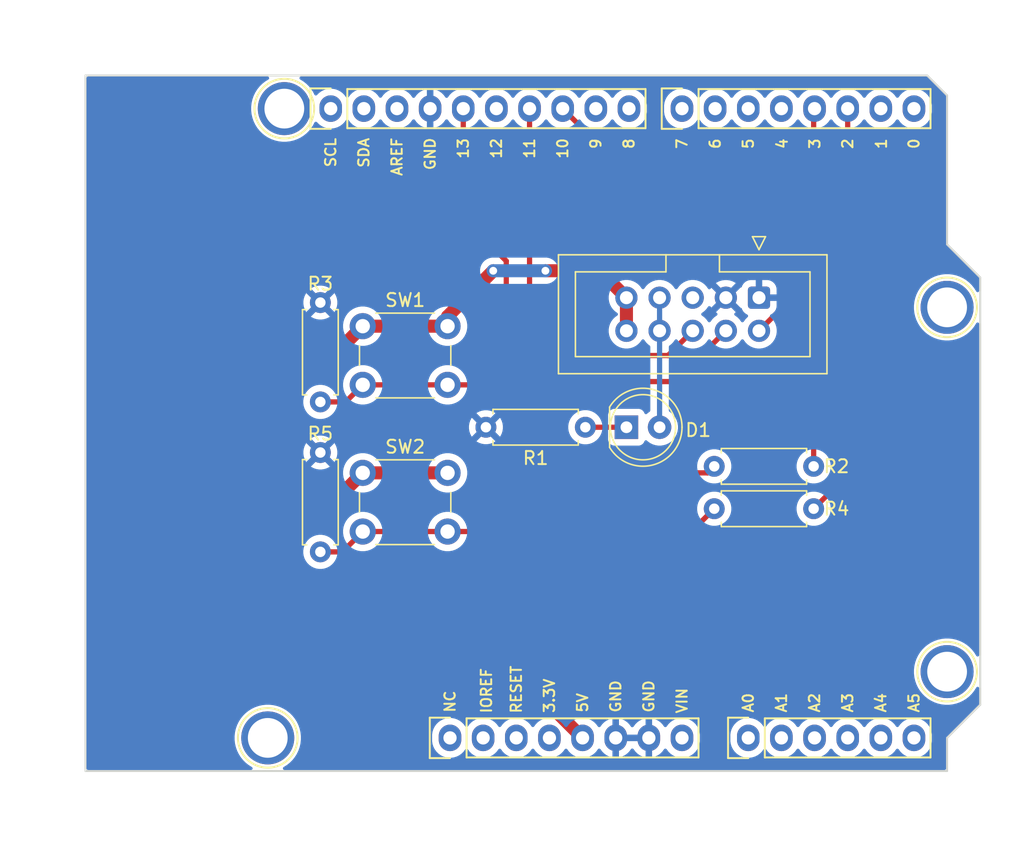
<source format=kicad_pcb>
(kicad_pcb (version 20241229) (generator "pcbnew") (generator_version "9.0")
  (title_block (title "VVFD Shield PCB") (date "2025-10-08") (rev "2") (company "ENEL200") (comment 1 "(UC Arduino Shield Template by Richard Lane & Allan McInnes)") (comment 2 "LWQ"))
  (layers (0 "F.Cu" signal) (2 "B.Cu" signal) (13 "F.Paste" user) (15 "B.Paste" user) (5 "F.SilkS" user "F.Silkscreen") (7 "B.SilkS" user "B.Silkscreen") (1 "F.Mask" user) (3 "B.Mask" user) (25 "Edge.Cuts" user))
  (net 0 "")
  (net 1 "GND")
  (net 3 "/IOREF")
  (net 4 "/RESET")
  (net 5 "+3.3V")
  (net 6 "+5V")
  (net 7 "/AREF")
  (net 8 "VDC")
  (net 9 "/A4")
  (net 10 "/A5")
  (net 11 "/SCL")
  (net 12 "/SDA")
  (net 13 "SYNC")
  (net 14 "SER_DATA")
  (net 15 "/D5")
  (net 16 "/D0")
  (net 17 "/D4")
  (net 19 "/D9")
  (net 20 "CLK")
  (net 21 "/D1")
  (net 26 "/D8")
  (net 27 "/D12")
  (net 28 "/D7")
  (net 29 "/D6")
  (net 30 "BUTTON_1")
  (net 31 "BUTTON_2")
  (net 32 "/LED_K")
  (net 33 "/TAC1")
  (net 34 "/TAC2")
  (net 35 "/A0")
  (net 36 "/A2")
  (net 37 "/A1")
  (net 38 "/A3")
  (footprint "Socket_Arduino_Uno:Socket_Strip_Arduino_1x08" (layer "F.Cu") (at 138.938 123.825)
    (property "Reference" "P1" (hide yes))
    (property "Value" "Power" (hide yes))
    (fp_line (start -1.55 -1.55) (end -1.55 1.55) (stroke (width 0.15)) (layer "F.SilkS"))
    (fp_line (start -1.55 1.55) (end 0 1.55) (stroke (width 0.15)) (layer "F.SilkS"))
    (fp_line (start 0 -1.55) (end -1.55 -1.55) (stroke (width 0.15)) (layer "F.SilkS"))
    (fp_line (start 1.27 1.5) (end 1.27 -1.5) (stroke (width 0.15)) (layer "F.SilkS"))
    (fp_line (start 1.27 1.5) (end 19.05 1.5) (stroke (width 0.15)) (layer "F.SilkS"))
    (fp_line (start 19.05 -1.5) (end 1.27 -1.5) (stroke (width 0.15)) (layer "F.SilkS"))
    (fp_line (start 19.05 1.5) (end 19.05 -1.5) (stroke (width 0.15)) (layer "F.SilkS"))
    (pad "1" thru_hole oval (at 0 0) (size 1.7272 2.032) (drill 1.016) (layers "*.Cu" "*.Mask"))
    (pad "2" thru_hole oval (at 2.54 0) (size 1.7272 2.032) (drill 1.016) (layers "*.Cu" "*.Mask") (net 3 "/IOREF"))
    (pad "3" thru_hole oval (at 5.08 0) (size 1.7272 2.032) (drill 1.016) (layers "*.Cu" "*.Mask") (net 4 "/RESET"))
    (pad "4" thru_hole oval (at 7.62 0) (size 1.7272 2.032) (drill 1.016) (layers "*.Cu" "*.Mask") (net 5 "+3.3V"))
    (pad "5" thru_hole oval (at 10.16 0) (size 1.7272 2.032) (drill 1.016) (layers "*.Cu" "*.Mask") (net 6 "+5V"))
    (pad "6" thru_hole oval (at 12.7 0) (size 1.7272 2.032) (drill 1.016) (layers "*.Cu" "*.Mask") (net 1 "GND"))
    (pad "7" thru_hole oval (at 15.24 0) (size 1.7272 2.032) (drill 1.016) (layers "*.Cu" "*.Mask") (net 1 "GND"))
    (pad "8" thru_hole oval (at 17.78 0) (size 1.7272 2.032) (drill 1.016) (layers "*.Cu" "*.Mask"))
  )
  (footprint "Socket_Arduino_Uno:Socket_Strip_Arduino_1x08" (layer "F.Cu") (at 156.718 75.565)
    (property "Reference" "P3" (hide yes))
    (property "Value" "Digital" (hide yes))
    (fp_line (start -1.55 -1.55) (end -1.55 1.55) (stroke (width 0.15)) (layer "F.SilkS"))
    (fp_line (start -1.55 1.55) (end 0 1.55) (stroke (width 0.15)) (layer "F.SilkS"))
    (fp_line (start 0 -1.55) (end -1.55 -1.55) (stroke (width 0.15)) (layer "F.SilkS"))
    (fp_line (start 1.27 1.5) (end 1.27 -1.5) (stroke (width 0.15)) (layer "F.SilkS"))
    (fp_line (start 1.27 1.5) (end 19.05 1.5) (stroke (width 0.15)) (layer "F.SilkS"))
    (fp_line (start 19.05 -1.5) (end 1.27 -1.5) (stroke (width 0.15)) (layer "F.SilkS"))
    (fp_line (start 19.05 1.5) (end 19.05 -1.5) (stroke (width 0.15)) (layer "F.SilkS"))
    (pad "1" thru_hole oval (at 0 0) (size 1.7272 2.032) (drill 1.016) (layers "*.Cu" "*.Mask") (net 28 "/D7"))
    (pad "2" thru_hole oval (at 2.54 0) (size 1.7272 2.032) (drill 1.016) (layers "*.Cu" "*.Mask") (net 29 "/D6"))
    (pad "3" thru_hole oval (at 5.08 0) (size 1.7272 2.032) (drill 1.016) (layers "*.Cu" "*.Mask") (net 15 "/D5"))
    (pad "4" thru_hole oval (at 7.62 0) (size 1.7272 2.032) (drill 1.016) (layers "*.Cu" "*.Mask") (net 17 "/D4"))
    (pad "5" thru_hole oval (at 10.16 0) (size 1.7272 2.032) (drill 1.016) (layers "*.Cu" "*.Mask") (net 30 "BUTTON_1"))
    (pad "6" thru_hole oval (at 12.7 0) (size 1.7272 2.032) (drill 1.016) (layers "*.Cu" "*.Mask") (net 31 "BUTTON_2"))
    (pad "7" thru_hole oval (at 15.24 0) (size 1.7272 2.032) (drill 1.016) (layers "*.Cu" "*.Mask") (net 21 "/D1"))
    (pad "8" thru_hole oval (at 17.78 0) (size 1.7272 2.032) (drill 1.016) (layers "*.Cu" "*.Mask") (net 16 "/D0"))
  )
  (footprint "Socket_Arduino_Uno:Mounting_Hole" (layer "F.Cu") (at 124.968 123.825)
    (property "Reference" "H1" (hide yes))
    (property "Value" "CONN_01X01" (hide yes))
    (fp_circle (center 0 0) (end 0 -2.286) (stroke (width 0.15)) (fill no) (layer "F.SilkS"))
    (pad "1" thru_hole circle (at 0 0) (size 4.064 4.064) (drill 3.048) (layers "*.Cu" "*.Mask"))
  )
  (footprint "Socket_Arduino_Uno:Mounting_Hole" (layer "F.Cu") (at 177.038 118.745)
    (property "Reference" "H2" (hide yes))
    (property "Value" "CONN_01X01" (hide yes))
    (fp_circle (center 0 0) (end 0 -2.286) (stroke (width 0.15)) (fill no) (layer "F.SilkS"))
    (pad "1" thru_hole circle (at 0 0) (size 4.064 4.064) (drill 3.048) (layers "*.Cu" "*.Mask"))
  )
  (footprint "Socket_Arduino_Uno:Mounting_Hole" (layer "F.Cu") (at 126.238 75.565)
    (property "Reference" "H3" (hide yes))
    (property "Value" "CONN_01X01" (hide yes))
    (fp_circle (center 0 0) (end 0 -2.286) (stroke (width 0.15)) (fill no) (layer "F.SilkS"))
    (pad "1" thru_hole circle (at 0 0) (size 4.064 4.064) (drill 3.048) (layers "*.Cu" "*.Mask"))
  )
  (footprint "Socket_Arduino_Uno:Mounting_Hole" (layer "F.Cu") (at 177.038 90.805)
    (property "Reference" "H4" (hide yes))
    (property "Value" "CONN_01X01" (hide yes))
    (fp_circle (center 0 0) (end 0 -2.286) (stroke (width 0.15)) (fill no) (layer "F.SilkS"))
    (pad "1" thru_hole circle (at 0 0) (size 4.064 4.064) (drill 3.048) (layers "*.Cu" "*.Mask"))
  )
  (footprint "Socket_Arduino_Uno:Socket_Strip_Arduino_1x06" (layer "F.Cu") (at 161.798 123.825)
    (property "Reference" "P4" (hide yes))
    (property "Value" "Analog" (hide yes))
    (fp_line (start -1.55 -1.55) (end -1.55 1.55) (stroke (width 0.15)) (layer "F.SilkS"))
    (fp_line (start -1.55 1.55) (end 0 1.55) (stroke (width 0.15)) (layer "F.SilkS"))
    (fp_line (start 0 -1.55) (end -1.55 -1.55) (stroke (width 0.15)) (layer "F.SilkS"))
    (fp_line (start 1.27 1.5) (end 1.27 -1.5) (stroke (width 0.15)) (layer "F.SilkS"))
    (fp_line (start 1.27 1.5) (end 13.97 1.5) (stroke (width 0.15)) (layer "F.SilkS"))
    (fp_line (start 13.97 -1.5) (end 1.27 -1.5) (stroke (width 0.15)) (layer "F.SilkS"))
    (fp_line (start 13.97 1.5) (end 13.97 -1.5) (stroke (width 0.15)) (layer "F.SilkS"))
    (pad "1" thru_hole oval (at 0 0) (size 1.7272 2.032) (drill 1.016) (layers "*.Cu" "*.Mask") (net 35 "/A0"))
    (pad "2" thru_hole oval (at 2.54 0) (size 1.7272 2.032) (drill 1.016) (layers "*.Cu" "*.Mask") (net 37 "/A1"))
    (pad "3" thru_hole oval (at 5.08 0) (size 1.7272 2.032) (drill 1.016) (layers "*.Cu" "*.Mask") (net 36 "/A2"))
    (pad "4" thru_hole oval (at 7.62 0) (size 1.7272 2.032) (drill 1.016) (layers "*.Cu" "*.Mask") (net 38 "/A3"))
    (pad "5" thru_hole oval (at 10.16 0) (size 1.7272 2.032) (drill 1.016) (layers "*.Cu" "*.Mask") (net 9 "/A4"))
    (pad "6" thru_hole oval (at 12.7 0) (size 1.7272 2.032) (drill 1.016) (layers "*.Cu" "*.Mask") (net 10 "/A5"))
  )
  (footprint "Socket_Arduino_Uno:Socket_Strip_Arduino_1x10" (layer "F.Cu") (at 129.794 75.565)
    (property "Reference" "P2" (hide yes))
    (property "Value" "Digital" (hide yes))
    (fp_line (start -1.55 -1.55) (end -1.55 1.55) (stroke (width 0.15)) (layer "F.SilkS"))
    (fp_line (start -1.55 1.55) (end 0 1.55) (stroke (width 0.15)) (layer "F.SilkS"))
    (fp_line (start 0 -1.55) (end -1.55 -1.55) (stroke (width 0.15)) (layer "F.SilkS"))
    (fp_line (start 1.27 1.5) (end 1.27 -1.5) (stroke (width 0.15)) (layer "F.SilkS"))
    (fp_line (start 1.27 1.5) (end 24.13 1.5) (stroke (width 0.15)) (layer "F.SilkS"))
    (fp_line (start 24.13 -1.5) (end 1.27 -1.5) (stroke (width 0.15)) (layer "F.SilkS"))
    (fp_line (start 24.13 1.5) (end 24.13 -1.5) (stroke (width 0.15)) (layer "F.SilkS"))
    (pad "1" thru_hole oval (at 0 0) (size 1.7272 2.032) (drill 1.016) (layers "*.Cu" "*.Mask") (net 11 "/SCL"))
    (pad "2" thru_hole oval (at 2.54 0) (size 1.7272 2.032) (drill 1.016) (layers "*.Cu" "*.Mask") (net 12 "/SDA"))
    (pad "3" thru_hole oval (at 5.08 0) (size 1.7272 2.032) (drill 1.016) (layers "*.Cu" "*.Mask") (net 7 "/AREF"))
    (pad "4" thru_hole oval (at 7.62 0) (size 1.7272 2.032) (drill 1.016) (layers "*.Cu" "*.Mask") (net 1 "GND"))
    (pad "5" thru_hole oval (at 10.16 0) (size 1.7272 2.032) (drill 1.016) (layers "*.Cu" "*.Mask") (net 20 "CLK"))
    (pad "6" thru_hole oval (at 12.7 0) (size 1.7272 2.032) (drill 1.016) (layers "*.Cu" "*.Mask") (net 27 "/D12"))
    (pad "7" thru_hole oval (at 15.24 0) (size 1.7272 2.032) (drill 1.016) (layers "*.Cu" "*.Mask") (net 14 "SER_DATA"))
    (pad "8" thru_hole oval (at 17.78 0) (size 1.7272 2.032) (drill 1.016) (layers "*.Cu" "*.Mask") (net 13 "SYNC"))
    (pad "9" thru_hole oval (at 20.32 0) (size 1.7272 2.032) (drill 1.016) (layers "*.Cu" "*.Mask") (net 19 "/D9"))
    (pad "10" thru_hole oval (at 22.86 0) (size 1.7272 2.032) (drill 1.016) (layers "*.Cu" "*.Mask") (net 26 "/D8"))
  )
  (footprint "Connector_IDC:IDC-Header_2x05_P2.54mm_Vertical" (layer "F.Cu") (at 162.62 90.065 -90)
    (property "Reference" "J5" (hide yes))
    (property "Value" "Conn_02x05_Counter_Clockwise" (hide yes))
    (fp_line (start -3.29 15.37) (end -3.29 -5.21) (stroke (width 0.12)) (layer "F.SilkS"))
    (fp_line (start 5.83 15.37) (end -3.29 15.37) (stroke (width 0.12)) (layer "F.SilkS"))
    (fp_line (start -1.98 14.07) (end -1.98 7.13) (stroke (width 0.12)) (layer "F.SilkS"))
    (fp_line (start 4.52 14.07) (end -1.98 14.07) (stroke (width 0.12)) (layer "F.SilkS"))
    (fp_line (start -1.98 7.13) (end -3.29 7.13) (stroke (width 0.12)) (layer "F.SilkS"))
    (fp_line (start -3.29 3.03) (end -1.98 3.03) (stroke (width 0.12)) (layer "F.SilkS"))
    (fp_line (start -1.98 3.03) (end -1.98 -3.91) (stroke (width 0.12)) (layer "F.SilkS"))
    (fp_line (start -4.68 0.5) (end -3.68 0) (stroke (width 0.12)) (layer "F.SilkS"))
    (fp_line (start -3.68 0) (end -4.68 -0.5) (stroke (width 0.12)) (layer "F.SilkS"))
    (fp_line (start -4.68 -0.5) (end -4.68 0.5) (stroke (width 0.12)) (layer "F.SilkS"))
    (fp_line (start -1.98 -3.91) (end 4.52 -3.91) (stroke (width 0.12)) (layer "F.SilkS"))
    (fp_line (start 4.52 -3.91) (end 4.52 14.07) (stroke (width 0.12)) (layer "F.SilkS"))
    (fp_line (start -3.29 -5.21) (end 5.83 -5.21) (stroke (width 0.12)) (layer "F.SilkS"))
    (fp_line (start 5.83 -5.21) (end 5.83 15.37) (stroke (width 0.12)) (layer "F.SilkS"))
    (pad "1" thru_hole roundrect (at 0 0 270) (size 1.7 1.7) (drill 1) (layers "*.Cu" "*.Mask") (roundrect_rratio 0.147059) (net 1 "GND"))
    (pad "2" thru_hole circle (at 2.54 0 270) (size 1.7 1.7) (drill 1) (layers "*.Cu" "*.Mask") (net 13 "SYNC"))
    (pad "3" thru_hole circle (at 0 2.54 270) (size 1.7 1.7) (drill 1) (layers "*.Cu" "*.Mask") (net 1 "GND"))
    (pad "4" thru_hole circle (at 2.54 2.54 270) (size 1.7 1.7) (drill 1) (layers "*.Cu" "*.Mask") (net 20 "CLK"))
    (pad "5" thru_hole circle (at 0 5.08 270) (size 1.7 1.7) (drill 1) (layers "*.Cu" "*.Mask"))
    (pad "6" thru_hole circle (at 2.54 5.08 270) (size 1.7 1.7) (drill 1) (layers "*.Cu" "*.Mask") (net 14 "SER_DATA"))
    (pad "7" thru_hole circle (at 0 7.62 270) (size 1.7 1.7) (drill 1) (layers "*.Cu" "*.Mask") (net 8 "VDC"))
    (pad "8" thru_hole circle (at 2.54 7.62 270) (size 1.7 1.7) (drill 1) (layers "*.Cu" "*.Mask") (net 8 "VDC"))
    (pad "9" thru_hole circle (at 0 10.16 270) (size 1.7 1.7) (drill 1) (layers "*.Cu" "*.Mask") (net 6 "+5V"))
    (pad "10" thru_hole circle (at 2.54 10.16 270) (size 1.7 1.7) (drill 1) (layers "*.Cu" "*.Mask") (net 6 "+5V"))
  )
  (footprint "Button_Switch_THT:SW_PUSH_6mm" (layer "F.Cu") (at 132.25 103.5)
    (property "Reference" "SW2" (at 3.25 -2 0) (layer "F.SilkS"))
    (property "Value" "SW_SPST" (hide yes))
    (fp_line (start -0.25 1.5) (end -0.25 3) (stroke (width 0.12)) (layer "F.SilkS"))
    (fp_line (start 1 5.5) (end 5.5 5.5) (stroke (width 0.12)) (layer "F.SilkS"))
    (fp_line (start 5.5 -1) (end 1 -1) (stroke (width 0.12)) (layer "F.SilkS"))
    (fp_line (start 6.75 3) (end 6.75 1.5) (stroke (width 0.12)) (layer "F.SilkS"))
    (pad "1" thru_hole circle (at 0 0 90) (size 2 2) (drill 1.1) (layers "*.Cu" "*.Mask") (net 6 "+5V"))
    (pad "1" thru_hole circle (at 6.5 0 90) (size 2 2) (drill 1.1) (layers "*.Cu" "*.Mask") (net 6 "+5V"))
    (pad "2" thru_hole circle (at 0 4.5 90) (size 2 2) (drill 1.1) (layers "*.Cu" "*.Mask") (net 34 "/TAC2"))
    (pad "2" thru_hole circle (at 6.5 4.5 90) (size 2 2) (drill 1.1) (layers "*.Cu" "*.Mask") (net 34 "/TAC2"))
  )
  (footprint "LED_THT:LED_D5.0mm" (layer "F.Cu") (at 152.46 100)
    (property "Reference" "D1" (at 5.5 0.221 0) (layer "F.SilkS"))
    (property "Value" "LED" (hide yes))
    (fp_line (start -1.29 -1.545) (end -1.29 1.545) (stroke (width 0.12)) (layer "F.SilkS"))
    (fp_arc (start -1.29 -1.54483) (mid 2.071779 -2.880495) (end 4.26 0) (stroke (width 0.12)) (layer "F.SilkS"))
    (fp_arc (start 4.26 0) (mid 2.071779 2.880495) (end -1.29 1.54483) (stroke (width 0.12)) (layer "F.SilkS"))
    (fp_circle (center 1.27 0) (end 3.77 0) (stroke (width 0.12)) (fill no) (layer "F.SilkS"))
    (pad "1" thru_hole rect (at 0 0) (size 1.8 1.8) (drill 0.9) (layers "*.Cu" "*.Mask") (net 32 "/LED_K"))
    (pad "2" thru_hole circle (at 2.54 0) (size 1.8 1.8) (drill 0.9) (layers "*.Cu" "*.Mask") (net 8 "VDC"))
  )
  (footprint "Resistor_THT:R_Axial_DIN0207_L6.3mm_D2.5mm_P7.62mm_Horizontal" (layer "F.Cu") (at 159.19 106.25)
    (property "Reference" "R4" (at 9.37 0 0) (layer "F.SilkS"))
    (property "Value" "1k" (hide yes))
    (fp_line (start 0.54 -1.37) (end 7.08 -1.37) (stroke (width 0.12)) (layer "F.SilkS"))
    (fp_line (start 0.54 -1.04) (end 0.54 -1.37) (stroke (width 0.12)) (layer "F.SilkS"))
    (fp_line (start 0.54 1.04) (end 0.54 1.37) (stroke (width 0.12)) (layer "F.SilkS"))
    (fp_line (start 0.54 1.37) (end 7.08 1.37) (stroke (width 0.12)) (layer "F.SilkS"))
    (fp_line (start 7.08 -1.37) (end 7.08 -1.04) (stroke (width 0.12)) (layer "F.SilkS"))
    (fp_line (start 7.08 1.37) (end 7.08 1.04) (stroke (width 0.12)) (layer "F.SilkS"))
    (pad "1" thru_hole circle (at 0 0) (size 1.6 1.6) (drill 0.8) (layers "*.Cu" "*.Mask") (net 34 "/TAC2"))
    (pad "2" thru_hole circle (at 7.62 0) (size 1.6 1.6) (drill 0.8) (layers "*.Cu" "*.Mask") (net 31 "BUTTON_2"))
  )
  (footprint "Resistor_THT:R_Axial_DIN0207_L6.3mm_D2.5mm_P7.62mm_Horizontal" (layer "F.Cu") (at 159.19 103)
    (property "Reference" "R2" (at 9.37 0 0) (layer "F.SilkS"))
    (property "Value" "1k" (hide yes))
    (fp_line (start 0.54 -1.37) (end 7.08 -1.37) (stroke (width 0.12)) (layer "F.SilkS"))
    (fp_line (start 0.54 -1.04) (end 0.54 -1.37) (stroke (width 0.12)) (layer "F.SilkS"))
    (fp_line (start 0.54 1.04) (end 0.54 1.37) (stroke (width 0.12)) (layer "F.SilkS"))
    (fp_line (start 0.54 1.37) (end 7.08 1.37) (stroke (width 0.12)) (layer "F.SilkS"))
    (fp_line (start 7.08 -1.37) (end 7.08 -1.04) (stroke (width 0.12)) (layer "F.SilkS"))
    (fp_line (start 7.08 1.37) (end 7.08 1.04) (stroke (width 0.12)) (layer "F.SilkS"))
    (pad "1" thru_hole circle (at 0 0) (size 1.6 1.6) (drill 0.8) (layers "*.Cu" "*.Mask") (net 33 "/TAC1"))
    (pad "2" thru_hole circle (at 7.62 0) (size 1.6 1.6) (drill 0.8) (layers "*.Cu" "*.Mask") (net 30 "BUTTON_1"))
  )
  (footprint "Resistor_THT:R_Axial_DIN0207_L6.3mm_D2.5mm_P7.62mm_Horizontal" (layer "F.Cu") (at 129 98.06 90)
    (property "Reference" "R3" (at 9.06 0 180) (layer "F.SilkS"))
    (property "Value" "10k" (hide yes))
    (fp_line (start 7.08 -1.37) (end 7.08 -1.04) (stroke (width 0.12)) (layer "F.SilkS"))
    (fp_line (start 0.54 -1.37) (end 7.08 -1.37) (stroke (width 0.12)) (layer "F.SilkS"))
    (fp_line (start 0.54 -1.04) (end 0.54 -1.37) (stroke (width 0.12)) (layer "F.SilkS"))
    (fp_line (start 0.54 1.04) (end 0.54 1.37) (stroke (width 0.12)) (layer "F.SilkS"))
    (fp_line (start 7.08 1.37) (end 7.08 1.04) (stroke (width 0.12)) (layer "F.SilkS"))
    (fp_line (start 0.54 1.37) (end 7.08 1.37) (stroke (width 0.12)) (layer "F.SilkS"))
    (pad "1" thru_hole circle (at 0 0 90) (size 1.6 1.6) (drill 0.8) (layers "*.Cu" "*.Mask") (net 33 "/TAC1"))
    (pad "2" thru_hole circle (at 7.62 0 90) (size 1.6 1.6) (drill 0.8) (layers "*.Cu" "*.Mask") (net 1 "GND"))
  )
  (footprint "Button_Switch_THT:SW_PUSH_6mm" (layer "F.Cu") (at 132.25 92.25)
    (property "Reference" "SW1" (at 3.25 -2 0) (layer "F.SilkS"))
    (property "Value" "SW_SPST" (hide yes))
    (fp_line (start -0.25 1.5) (end -0.25 3) (stroke (width 0.12)) (layer "F.SilkS"))
    (fp_line (start 1 5.5) (end 5.5 5.5) (stroke (width 0.12)) (layer "F.SilkS"))
    (fp_line (start 5.5 -1) (end 1 -1) (stroke (width 0.12)) (layer "F.SilkS"))
    (fp_line (start 6.75 3) (end 6.75 1.5) (stroke (width 0.12)) (layer "F.SilkS"))
    (pad "1" thru_hole circle (at 0 0 90) (size 2 2) (drill 1.1) (layers "*.Cu" "*.Mask") (net 6 "+5V"))
    (pad "1" thru_hole circle (at 6.5 0 90) (size 2 2) (drill 1.1) (layers "*.Cu" "*.Mask") (net 6 "+5V"))
    (pad "2" thru_hole circle (at 0 4.5 90) (size 2 2) (drill 1.1) (layers "*.Cu" "*.Mask") (net 33 "/TAC1"))
    (pad "2" thru_hole circle (at 6.5 4.5 90) (size 2 2) (drill 1.1) (layers "*.Cu" "*.Mask") (net 33 "/TAC1"))
  )
  (footprint "Resistor_THT:R_Axial_DIN0207_L6.3mm_D2.5mm_P7.62mm_Horizontal" (layer "F.Cu") (at 149.31 100 180)
    (property "Reference" "R1" (at 3.81 -2.37 0) (layer "F.SilkS"))
    (property "Value" "10k" (hide yes))
    (fp_line (start 7.08 1.37) (end 7.08 1.04) (stroke (width 0.12)) (layer "F.SilkS"))
    (fp_line (start 7.08 -1.37) (end 7.08 -1.04) (stroke (width 0.12)) (layer "F.SilkS"))
    (fp_line (start 0.54 1.37) (end 7.08 1.37) (stroke (width 0.12)) (layer "F.SilkS"))
    (fp_line (start 0.54 1.04) (end 0.54 1.37) (stroke (width 0.12)) (layer "F.SilkS"))
    (fp_line (start 0.54 -1.04) (end 0.54 -1.37) (stroke (width 0.12)) (layer "F.SilkS"))
    (fp_line (start 0.54 -1.37) (end 7.08 -1.37) (stroke (width 0.12)) (layer "F.SilkS"))
    (pad "1" thru_hole circle (at 0 0 180) (size 1.6 1.6) (drill 0.8) (layers "*.Cu" "*.Mask") (net 32 "/LED_K"))
    (pad "2" thru_hole circle (at 7.62 0 180) (size 1.6 1.6) (drill 0.8) (layers "*.Cu" "*.Mask") (net 1 "GND"))
  )
  (footprint "Resistor_THT:R_Axial_DIN0207_L6.3mm_D2.5mm_P7.62mm_Horizontal" (layer "F.Cu") (at 129 109.56 90)
    (property "Reference" "R5" (at 9.06 0 180) (layer "F.SilkS"))
    (property "Value" "10k" (hide yes))
    (fp_line (start 7.08 -1.37) (end 7.08 -1.04) (stroke (width 0.12)) (layer "F.SilkS"))
    (fp_line (start 0.54 -1.37) (end 7.08 -1.37) (stroke (width 0.12)) (layer "F.SilkS"))
    (fp_line (start 0.54 -1.04) (end 0.54 -1.37) (stroke (width 0.12)) (layer "F.SilkS"))
    (fp_line (start 0.54 1.04) (end 0.54 1.37) (stroke (width 0.12)) (layer "F.SilkS"))
    (fp_line (start 7.08 1.37) (end 7.08 1.04) (stroke (width 0.12)) (layer "F.SilkS"))
    (fp_line (start 0.54 1.37) (end 7.08 1.37) (stroke (width 0.12)) (layer "F.SilkS"))
    (pad "1" thru_hole circle (at 0 0 90) (size 1.6 1.6) (drill 0.8) (layers "*.Cu" "*.Mask") (net 34 "/TAC2"))
    (pad "2" thru_hole circle (at 7.62 0 90) (size 1.6 1.6) (drill 0.8) (layers "*.Cu" "*.Mask") (net 1 "GND"))
  )
  (gr_line (start 179.578 121.285) (end 179.578 88.519) (stroke (width 0.15)) (layer "Edge.Cuts"))
  (gr_line (start 110.998 73.025) (end 110.998 126.365) (stroke (width 0.15)) (layer "Edge.Cuts"))
  (gr_line (start 177.038 126.365) (end 177.038 123.825) (stroke (width 0.15)) (layer "Edge.Cuts"))
  (gr_line (start 175.514 73.025) (end 110.998 73.025) (stroke (width 0.15)) (layer "Edge.Cuts"))
  (gr_line (start 179.578 88.519) (end 177.038 85.979) (stroke (width 0.15)) (layer "Edge.Cuts"))
  (gr_line (start 177.038 85.979) (end 177.038 74.549) (stroke (width 0.15)) (layer "Edge.Cuts"))
  (gr_line (start 110.998 126.365) (end 177.038 126.365) (stroke (width 0.15)) (layer "Edge.Cuts"))
  (gr_line (start 177.038 123.825) (end 179.578 121.285) (stroke (width 0.15)) (layer "Edge.Cuts"))
  (gr_line (start 177.038 74.549) (end 175.514 73.025) (stroke (width 0.15)) (layer "Edge.Cuts"))
  (gr_text "GND" (at 137.414 79.041571 90) (layer "F.SilkS") (effects (font (size 0.8 0.8))))
  (gr_text "A5" (at 174.498 121.129714 90) (layer "F.SilkS") (effects (font (size 0.8 0.8))))
  (gr_text "3" (at 166.9 78.255857 90) (layer "F.SilkS") (effects (font (size 0.8 0.8))))
  (gr_text "0" (at 174.498 78.255857 90) (layer "F.SilkS") (effects (font (size 0.8 0.8))))
  (gr_text "6" (at 159.258 78.255857 90) (layer "F.SilkS") (effects (font (size 0.8 0.8))))
  (gr_text "10" (at 147.574 78.613 90) (layer "F.SilkS") (effects (font (size 0.8 0.8))))
  (gr_text "12" (at 142.494 78.613 90) (layer "F.SilkS") (effects (font (size 0.8 0.8))))
  (gr_text "AREF" (at 134.874 79.255857 90) (layer "F.SilkS") (effects (font (size 0.8 0.8))))
  (gr_text "3.3V" (at 146.558 120.593999 90) (layer "F.SilkS") (effects (font (size 0.8 0.8))))
  (gr_text "9" (at 150.114 78.255857 90) (layer "F.SilkS") (effects (font (size 0.8 0.8))))
  (gr_text "A1" (at 164.338 121.129714 90) (layer "F.SilkS") (effects (font (size 0.8 0.8))))
  (gr_text "A0" (at 161.798 121.129714 90) (layer "F.SilkS") (effects (font (size 0.8 0.8))))
  (gr_text "8" (at 152.654 78.255857 90) (layer "F.SilkS") (effects (font (size 0.8 0.8))))
  (gr_text "1" (at 172 78.255857 90) (layer "F.SilkS") (effects (font (size 0.8 0.8))))
  (gr_text "2" (at 169.418 78.255857 90) (layer "F.SilkS") (effects (font (size 0.8 0.8))))
  (gr_text "NC" (at 138.938 121.040428 90) (layer "F.SilkS") (effects (font (size 0.8 0.8))))
  (gr_text "GND" (at 151.638 121.958285 90) (layer "F.SilkS") (effects (font (size 0.8 0.8)) (justify left)))
  (gr_text "A3" (at 169.418 121.129714 90) (layer "F.SilkS") (effects (font (size 0.8 0.8))))
  (gr_text "11" (at 145.034 78.613 90) (layer "F.SilkS") (effects (font (size 0.8 0.8))))
  (gr_text "IOREF" (at 141.732 120.201143 90) (layer "F.SilkS") (effects (font (size 0.8 0.8))))
  (gr_text "A2" (at 166.878 121.129714 90) (layer "F.SilkS") (effects (font (size 0.8 0.8))))
  (gr_text "13" (at 139.954 78.613 90) (layer "F.SilkS") (effects (font (size 0.8 0.8))))
  (gr_text "A4" (at 171.958 121.129714 90) (layer "F.SilkS") (effects (font (size 0.8 0.8))))
  (gr_text "GND" (at 154.178 121.958285 90) (layer "F.SilkS") (effects (font (size 0.8 0.8)) (justify left)))
  (gr_text "4" (at 164.4 78.255857 90) (layer "F.SilkS") (effects (font (size 0.8 0.8))))
  (gr_text "7" (at 156.718 78.255857 90) (layer "F.SilkS") (effects (font (size 0.8 0.8))))
  (gr_text "5V" (at 149.098 121.129714 90) (layer "F.SilkS") (effects (font (size 0.8 0.8))))
  (gr_text "VIN" (at 156.718 120.969 90) (layer "F.SilkS") (effects (font (size 0.8 0.8))))
  (gr_text "SCL" (at 129.794 78.934429 90) (layer "F.SilkS") (effects (font (size 0.8 0.8))))
  (gr_text "SDA" (at 132.334 78.952286 90) (layer "F.SilkS") (effects (font (size 0.8 0.8))))
  (gr_text "RESET" (at 144.018 120.111857 90) (layer "F.SilkS") (effects (font (size 0.8 0.8))))
  (gr_text "5" (at 161.798 78.255857 90) (layer "F.SilkS") (effects (font (size 0.8 0.8))))
  (segment (start 145.25 119.977) (end 145.25 119.75) (width 1) (layer "F.Cu") (net 6))
  (segment (start 138.75 91.5) (end 142.25 88) (width 1) (layer "F.Cu") (net 6))
  (segment (start 138.75 92.25) (end 138.75 91.5) (width 1) (layer "F.Cu") (net 6))
  (segment (start 133.75 119.75) (end 126 112) (width 1) (layer "F.Cu") (net 6))
  (segment (start 135.5 103.5) (end 138.75 103.5) (width 1) (layer "F.Cu") (net 6))
  (segment (start 132.25 103.5) (end 135.5 103.5) (width 1) (layer "F.Cu") (net 6))
  (segment (start 145.25 119.75) (end 133.75 119.75) (width 1) (layer "F.Cu") (net 6))
  (segment (start 132.25 92.25) (end 135.5 92.25) (width 1) (layer "F.Cu") (net 6))
  (segment (start 126 98.5) (end 132.25 92.25) (width 1) (layer "F.Cu") (net 6))
  (segment (start 130.25 105.5) (end 126 105.5) (width 1) (layer "F.Cu") (net 6))
  (segment (start 150.395 88) (end 152.46 90.065) (width 1) (layer "F.Cu") (net 6))
  (segment (start 152.46 90.065) (end 152.46 92.605) (width 1) (layer "F.Cu") (net 6))
  (segment (start 132.25 103.5) (end 130.25 105.5) (width 1) (layer "F.Cu") (net 6))
  (segment (start 126 105.5) (end 126 98.5) (width 1) (layer "F.Cu") (net 6))
  (segment (start 135.5 92.25) (end 138.75 92.25) (width 1) (layer "F.Cu") (net 6))
  (segment (start 146.25 88) (end 150.395 88) (width 1) (layer "F.Cu") (net 6))
  (segment (start 126 112) (end 126 105.5) (width 1) (layer "F.Cu") (net 6))
  (segment (start 149.098 123.825) (end 145.25 119.977) (width 1) (layer "F.Cu") (net 6))
  (via (at 142.25 88) (size 1) (drill 0.6) (layers "F.Cu" "B.Cu") (net 6))
  (via (at 146.25 88) (size 1) (drill 0.6) (layers "F.Cu" "B.Cu") (net 6))
  (segment (start 146.25 88) (end 142.25 88) (width 1) (layer "B.Cu") (net 6))
  (segment (start 155 100) (end 155 90.065) (width 0.4) (layer "B.Cu") (net 8))
  (segment (start 164.75 90.475) (end 162.62 92.605) (width 0.4) (layer "F.Cu") (net 13))
  (segment (start 155.759 83.75) (end 160.75 83.75) (width 0.4) (layer "F.Cu") (net 13))
  (segment (start 147.574 75.565) (end 155.759 83.75) (width 0.4) (layer "F.Cu") (net 13))
  (segment (start 164.75 87.75) (end 164.75 90.475) (width 0.4) (layer "F.Cu") (net 13))
  (segment (start 160.75 83.75) (end 164.75 87.75) (width 0.4) (layer "F.Cu") (net 13))
  (segment (start 148.5 94.5) (end 155.645 94.5) (width 0.4) (layer "F.Cu") (net 14))
  (segment (start 155.645 94.5) (end 157.54 92.605) (width 0.4) (layer "F.Cu") (net 14))
  (segment (start 145.034 91.034) (end 148.5 94.5) (width 0.4) (layer "F.Cu") (net 14))
  (segment (start 145.034 75.565) (end 145.034 91.034) (width 0.4) (layer "F.Cu") (net 14))
  (segment (start 147.25 96.5) (end 143.25 92.5) (width 0.4) (layer "F.Cu") (net 20))
  (segment (start 139.954 83.954) (end 139.954 75.565) (width 0.4) (layer "F.Cu") (net 20))
  (segment (start 147 96.5) (end 147.25 96.5) (width 0.4) (layer "F.Cu") (net 20))
  (segment (start 147.25 96.5) (end 156.185 96.5) (width 0.4) (layer "F.Cu") (net 20))
  (segment (start 143.25 87.25) (end 139.954 83.954) (width 0.4) (layer "F.Cu") (net 20))
  (segment (start 156.185 96.5) (end 160.08 92.605) (width 0.4) (layer "F.Cu") (net 20))
  (segment (start 143.25 92.5) (end 143.25 87.25) (width 0.4) (layer "F.Cu") (net 20))
  (segment (start 166.81 103) (end 166.81 75.633) (width 0.4) (layer "F.Cu") (net 30))
  (segment (start 166.81 75.633) (end 166.878 75.565) (width 0.4) (layer "F.Cu") (net 30))
  (segment (start 166.81 106.25) (end 169.418 103.642) (width 0.4) (layer "F.Cu") (net 31))
  (segment (start 169.418 103.642) (end 169.418 75.565) (width 0.4) (layer "F.Cu") (net 31))
  (segment (start 152.46 100) (end 149.31 100) (width 0.4) (layer "F.Cu") (net 32))
  (segment (start 130.94 98.06) (end 132.25 96.75) (width 0.4) (layer "F.Cu") (net 33))
  (segment (start 158.69 103.5) (end 159.19 103) (width 0.4) (layer "F.Cu") (net 33))
  (segment (start 129 98.06) (end 130.94 98.06) (width 0.4) (layer "F.Cu") (net 33))
  (segment (start 138.75 96.75) (end 142.25 96.75) (width 0.4) (layer "F.Cu") (net 33))
  (segment (start 149 103.5) (end 158.69 103.5) (width 0.4) (layer "F.Cu") (net 33))
  (segment (start 142.25 96.75) (end 149 103.5) (width 0.4) (layer "F.Cu") (net 33))
  (segment (start 138.75 96.75) (end 132.25 96.75) (width 0.4) (layer "F.Cu") (net 33))
  (segment (start 130.69 109.56) (end 129 109.56) (width 0.4) (layer "F.Cu") (net 34))
  (segment (start 132.25 108) (end 130.69 109.56) (width 0.4) (layer "F.Cu") (net 34))
  (segment (start 132.25 108) (end 138.75 108) (width 0.4) (layer "F.Cu") (net 34))
  (segment (start 157.44 108) (end 159.19 106.25) (width 0.4) (layer "F.Cu") (net 34))
  (segment (start 138.75 108) (end 157.44 108) (width 0.4) (layer "F.Cu") (net 34))
  (zone (net 1) (net_name "GND") (layer "B.Cu") (connect_pads (clearance 0.508)) (min_thickness 0.25) (fill yes (thermal_gap 0.5) (thermal_bridge_width 0.5))
    (polygon (pts (xy 108.498 69.865) (xy 181.498 69.865) (xy 181.498 129.365) (xy 108.498 129.365)))
  )
)
</source>
